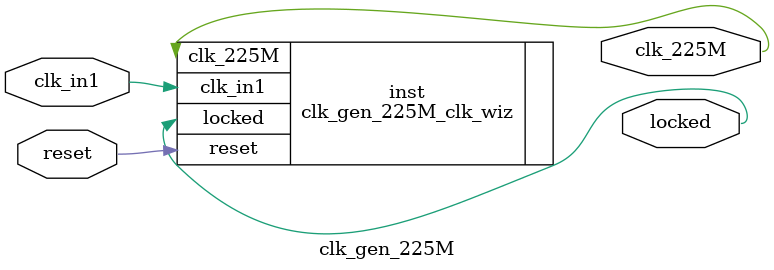
<source format=v>


`timescale 1ps/1ps

(* CORE_GENERATION_INFO = "clk_gen_225M,clk_wiz_v6_0_4_0_0,{component_name=clk_gen_225M,use_phase_alignment=true,use_min_o_jitter=false,use_max_i_jitter=false,use_dyn_phase_shift=false,use_inclk_switchover=false,use_dyn_reconfig=false,enable_axi=0,feedback_source=FDBK_AUTO,PRIMITIVE=PLL,num_out_clk=1,clkin1_period=20.000,clkin2_period=10.000,use_power_down=false,use_reset=true,use_locked=true,use_inclk_stopped=false,feedback_type=SINGLE,CLOCK_MGR_TYPE=NA,manual_override=false}" *)

module clk_gen_225M 
 (
  // Clock out ports
  output        clk_225M,
  // Status and control signals
  input         reset,
  output        locked,
 // Clock in ports
  input         clk_in1
 );

  clk_gen_225M_clk_wiz inst
  (
  // Clock out ports  
  .clk_225M(clk_225M),
  // Status and control signals               
  .reset(reset), 
  .locked(locked),
 // Clock in ports
  .clk_in1(clk_in1)
  );

endmodule

</source>
